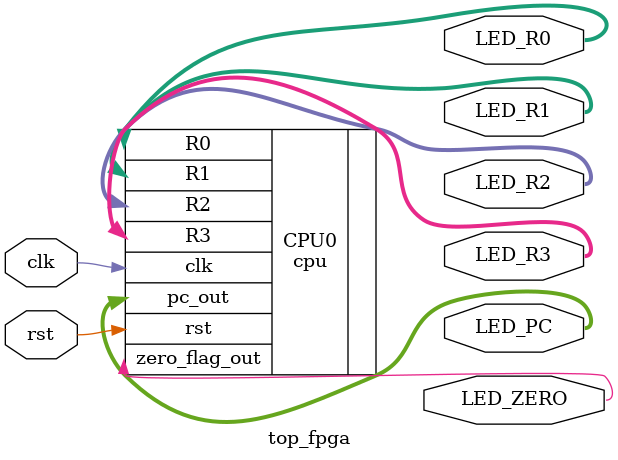
<source format=v>
`timescale 1ns / 1ps


module top_fpga(
    input        clk,
    input        rst,
    // map to board LEDs or pins
    output [7:0] LED_PC,    // show PC
    output [7:0] LED_R0,    // show R0
    output [7:0] LED_R1,    // show R1
    output [7:0] LED_R2,    // show R2
    output [7:0] LED_R3,    // show R3
    output       LED_ZERO   // zero flag
);
    //  wire clkSlow;


   // clk125_10 clkcon (clk,rst,clkSlow);

    // instantiate cpu (modified to expose regs)
    cpu CPU0(
        .clk(clk),                          //slow clock for fpga
        .rst(rst),
        .pc_out(LED_PC),
        .R0(LED_R0),
        .R1(LED_R1),
        .R2(LED_R2),
        .R3(LED_R3),
        .zero_flag_out(LED_ZERO)
    );

endmodule



</source>
